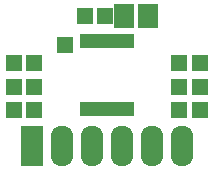
<source format=gts>
G04 #@! TF.FileFunction,Soldermask,Top*
%FSLAX46Y46*%
G04 Gerber Fmt 4.6, Leading zero omitted, Abs format (unit mm)*
G04 Created by KiCad (PCBNEW 4.0.1-stable) date 2017/03/04 23:15:11*
%MOMM*%
G01*
G04 APERTURE LIST*
%ADD10C,0.100000*%
%ADD11R,1.449020X1.479500*%
%ADD12R,0.747980X1.299160*%
%ADD13R,1.924000X3.448000*%
%ADD14O,1.924000X3.448000*%
%ADD15R,1.398220X1.398220*%
%ADD16R,1.697940X1.997660*%
G04 APERTURE END LIST*
D10*
D11*
X144873760Y-92000000D03*
X143126240Y-92000000D03*
D12*
X143051820Y-99872740D03*
X143702060Y-99872740D03*
X144352300Y-99872740D03*
X145000000Y-99872740D03*
X145647700Y-99872740D03*
X146297940Y-99872740D03*
X146948180Y-99872740D03*
X146948180Y-94127260D03*
X146297940Y-94127260D03*
X145647700Y-94127260D03*
X145000000Y-94127260D03*
X144352300Y-94127260D03*
X143702060Y-94127260D03*
X143051820Y-94127260D03*
D13*
X138650000Y-103000000D03*
D14*
X141190000Y-103000000D03*
X143730000Y-103000000D03*
X146270000Y-103000000D03*
X148810000Y-103000000D03*
X151350000Y-103000000D03*
D11*
X138873760Y-100000000D03*
X137126240Y-100000000D03*
X138873760Y-98000000D03*
X137126240Y-98000000D03*
X138873760Y-96000000D03*
X137126240Y-96000000D03*
X151126240Y-100000000D03*
X152873760Y-100000000D03*
X151126240Y-98000000D03*
X152873760Y-98000000D03*
X151126240Y-96000000D03*
X152873760Y-96000000D03*
D15*
X141500000Y-94500000D03*
D16*
X146501780Y-92000000D03*
X148498220Y-92000000D03*
M02*

</source>
